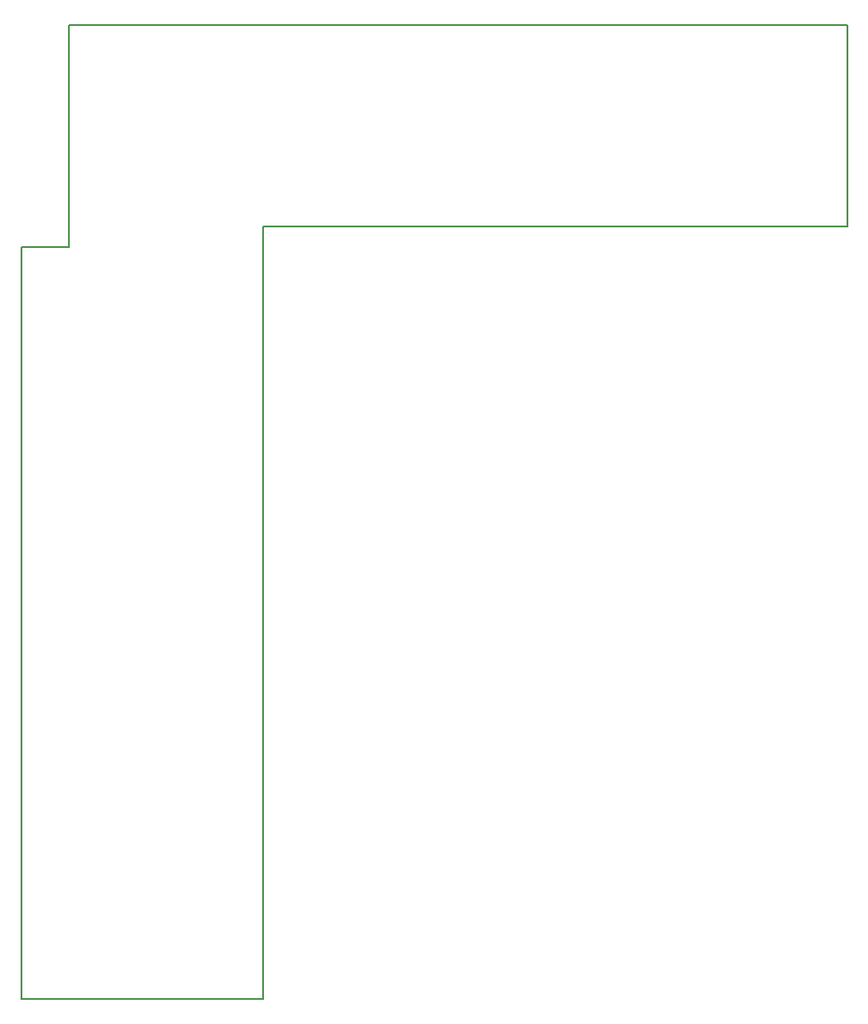
<source format=gm1>
G04 #@! TF.GenerationSoftware,KiCad,Pcbnew,(6.0.5)*
G04 #@! TF.CreationDate,2023-01-02T22:47:37+01:00*
G04 #@! TF.ProjectId,C128DCR Dual SID,43313238-4443-4522-9044-75616c205349,D*
G04 #@! TF.SameCoordinates,Original*
G04 #@! TF.FileFunction,Profile,NP*
%FSLAX46Y46*%
G04 Gerber Fmt 4.6, Leading zero omitted, Abs format (unit mm)*
G04 Created by KiCad (PCBNEW (6.0.5)) date 2023-01-02 22:47:37*
%MOMM*%
%LPD*%
G01*
G04 APERTURE LIST*
G04 #@! TA.AperFunction,Profile*
%ADD10C,0.150000*%
G04 #@! TD*
G04 APERTURE END LIST*
D10*
X105410000Y-88900000D02*
X105410000Y-67945000D01*
X179070000Y-86995000D02*
X179070000Y-67945000D01*
X179070000Y-67945000D02*
X105410000Y-67945000D01*
X100965000Y-160020000D02*
X100965000Y-88900000D01*
X100965000Y-88900000D02*
X105410000Y-88900000D01*
X123825000Y-160020000D02*
X123825000Y-86995000D01*
X123825000Y-160020000D02*
X100965000Y-160020000D01*
X123825000Y-86995000D02*
X179070000Y-86995000D01*
M02*

</source>
